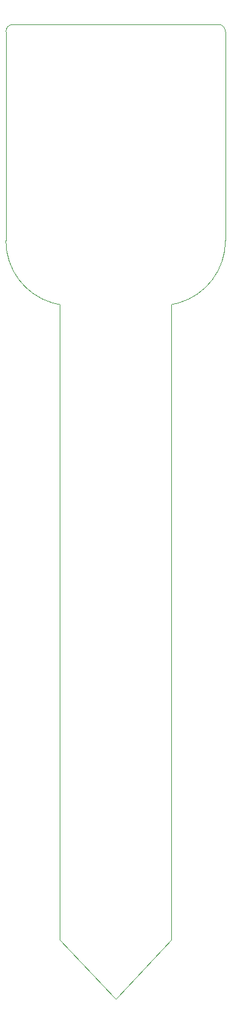
<source format=gbr>
%TF.GenerationSoftware,KiCad,Pcbnew,7.0.8*%
%TF.CreationDate,2024-02-12T20:34:51+01:00*%
%TF.ProjectId,tiny-plant-sensor,74696e79-2d70-46c6-916e-742d73656e73,rev?*%
%TF.SameCoordinates,Original*%
%TF.FileFunction,Profile,NP*%
%FSLAX46Y46*%
G04 Gerber Fmt 4.6, Leading zero omitted, Abs format (unit mm)*
G04 Created by KiCad (PCBNEW 7.0.8) date 2024-02-12 20:34:51*
%MOMM*%
%LPD*%
G01*
G04 APERTURE LIST*
%TA.AperFunction,Profile*%
%ADD10C,0.100000*%
%TD*%
G04 APERTURE END LIST*
D10*
X100250000Y-169250000D02*
X100000000Y-169000000D01*
X114500000Y-34000000D02*
X86000000Y-34000000D01*
X92500000Y-161000000D02*
X100000000Y-169000000D01*
X91460504Y-72634286D02*
G75*
G03*
X92520409Y-72877545I2539596J8634586D01*
G01*
X85000000Y-35000000D02*
X85000000Y-64000000D01*
X100500000Y-169000000D02*
X108000000Y-161000000D01*
X100500000Y-169000000D02*
X100250000Y-169250000D01*
X85000000Y-64000000D02*
G75*
G03*
X91460503Y-72634290I9000000J0D01*
G01*
X92520409Y-72877545D02*
X92500000Y-161000000D01*
X115500000Y-64000000D02*
X115500000Y-35000000D01*
X108000000Y-161000000D02*
X107979591Y-72877545D01*
X109039497Y-72634290D02*
G75*
G03*
X115500000Y-64000000I-2539497J8634290D01*
G01*
X107979592Y-72877550D02*
G75*
G03*
X109039497Y-72634289I-1479592J8877350D01*
G01*
X86000000Y-34000000D02*
G75*
G03*
X85000000Y-35000000I0J-1000000D01*
G01*
X115500000Y-35000000D02*
G75*
G03*
X114500000Y-34000000I-1000000J0D01*
G01*
M02*

</source>
